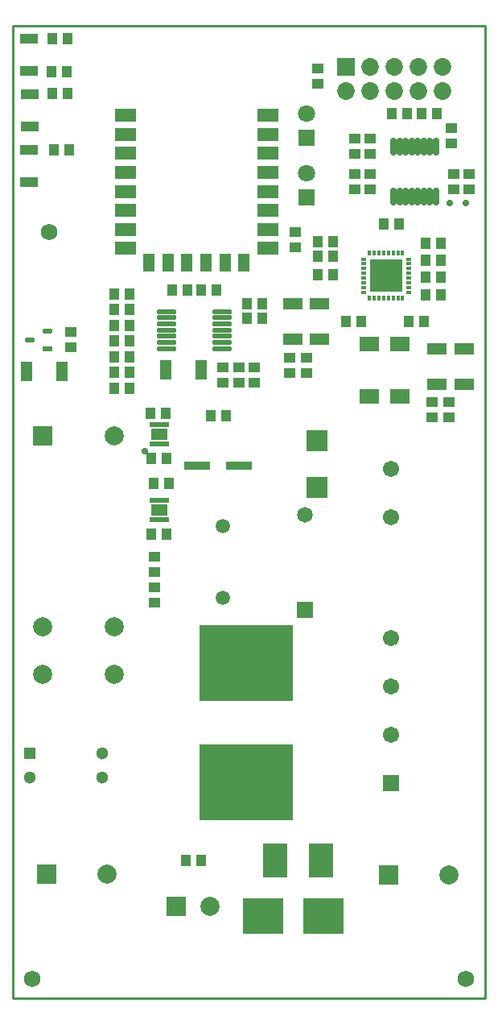
<source format=gts>
G04*
G04 #@! TF.GenerationSoftware,Altium Limited,Altium Designer,20.2.8 (258)*
G04*
G04 Layer_Color=8388736*
%FSLAX25Y25*%
%MOIN*%
G70*
G04*
G04 #@! TF.SameCoordinates,1A047D9A-836D-465F-8526-38319891AFC0*
G04*
G04*
G04 #@! TF.FilePolarity,Negative*
G04*
G01*
G75*
%ADD15C,0.01000*%
%ADD17R,0.04737X0.04343*%
%ADD18R,0.05131X0.07493*%
%ADD19R,0.08674X0.05524*%
%ADD20R,0.01981X0.02178*%
%ADD21R,0.07099X0.05131*%
%ADD22R,0.04343X0.04737*%
%ADD23R,0.11036X0.03359*%
%ADD24R,0.04921X0.07874*%
%ADD25R,0.04231X0.02118*%
G04:AMPARAMS|DCode=26|XSize=42.31mil|YSize=21.18mil|CornerRadius=10.59mil|HoleSize=0mil|Usage=FLASHONLY|Rotation=180.000|XOffset=0mil|YOffset=0mil|HoleType=Round|Shape=RoundedRectangle|*
%AMROUNDEDRECTD26*
21,1,0.04231,0.00000,0,0,180.0*
21,1,0.02113,0.02118,0,0,180.0*
1,1,0.02118,-0.01056,0.00000*
1,1,0.02118,0.01056,0.00000*
1,1,0.02118,0.01056,0.00000*
1,1,0.02118,-0.01056,0.00000*
%
%ADD26ROUNDEDRECTD26*%
%ADD27R,0.38595X0.31509*%
%ADD28R,0.08898X0.08504*%
%ADD29R,0.10131X0.14068*%
%ADD30O,0.08083X0.02178*%
G04:AMPARAMS|DCode=31|XSize=72.57mil|YSize=24.14mil|CornerRadius=6.02mil|HoleSize=0mil|Usage=FLASHONLY|Rotation=90.000|XOffset=0mil|YOffset=0mil|HoleType=Round|Shape=RoundedRectangle|*
%AMROUNDEDRECTD31*
21,1,0.07257,0.01211,0,0,90.0*
21,1,0.06053,0.02414,0,0,90.0*
1,1,0.01204,0.00605,0.03027*
1,1,0.01204,0.00605,-0.03027*
1,1,0.01204,-0.00605,-0.03027*
1,1,0.01204,-0.00605,0.03027*
%
%ADD31ROUNDEDRECTD31*%
%ADD32R,0.07493X0.03950*%
%ADD33R,0.07874X0.04921*%
%ADD34R,0.08280X0.05918*%
%ADD35R,0.01181X0.02362*%
%ADD36R,0.02362X0.01181*%
%ADD37R,0.13583X0.13583*%
%ADD38R,0.16700X0.15000*%
%ADD39C,0.06800*%
%ADD40C,0.07296*%
%ADD41R,0.07296X0.07296*%
%ADD42R,0.07099X0.07099*%
%ADD43C,0.07099*%
%ADD44R,0.07874X0.07874*%
%ADD45C,0.07874*%
%ADD46C,0.07887*%
%ADD47R,0.07887X0.07887*%
%ADD48C,0.05950*%
%ADD49R,0.06509X0.06509*%
%ADD50C,0.06509*%
%ADD51R,0.06737X0.06737*%
%ADD52C,0.06737*%
%ADD53R,0.05118X0.05118*%
%ADD54C,0.05118*%
%ADD55R,0.07887X0.07887*%
%ADD56C,0.02800*%
%ADD57C,0.02769*%
D15*
X515000Y97500D02*
Y500000D01*
Y97500D02*
X710500D01*
Y500000D01*
X515000D02*
X710500D01*
D17*
X696600Y451150D02*
D03*
Y457450D02*
D03*
X704000Y432350D02*
D03*
Y438650D02*
D03*
X697500D02*
D03*
Y432350D02*
D03*
X539000Y366850D02*
D03*
Y373150D02*
D03*
X573500Y273850D02*
D03*
Y280150D02*
D03*
Y261350D02*
D03*
Y267650D02*
D03*
X615000Y358650D02*
D03*
Y352350D02*
D03*
X608500Y358650D02*
D03*
Y352350D02*
D03*
X602000Y358650D02*
D03*
Y352350D02*
D03*
X632000Y414650D02*
D03*
Y408350D02*
D03*
X656500Y432350D02*
D03*
Y438650D02*
D03*
X663000Y432350D02*
D03*
Y438650D02*
D03*
X656500Y453150D02*
D03*
Y446850D02*
D03*
X663000Y453150D02*
D03*
Y446850D02*
D03*
X636500Y362650D02*
D03*
Y356350D02*
D03*
X695500Y337850D02*
D03*
Y344150D02*
D03*
X629500Y356350D02*
D03*
Y362650D02*
D03*
X688500Y344150D02*
D03*
Y337850D02*
D03*
X641300Y482250D02*
D03*
Y475950D02*
D03*
D18*
X610658Y401850D02*
D03*
X602783D02*
D03*
X594909D02*
D03*
X587035D02*
D03*
X579161D02*
D03*
X571287D02*
D03*
D19*
X620500Y462874D02*
D03*
Y455000D02*
D03*
Y447126D02*
D03*
Y439252D02*
D03*
Y431378D02*
D03*
Y423504D02*
D03*
Y415630D02*
D03*
Y407756D02*
D03*
X561445D02*
D03*
Y415630D02*
D03*
Y423504D02*
D03*
Y431378D02*
D03*
Y439252D02*
D03*
Y447126D02*
D03*
Y455000D02*
D03*
Y462874D02*
D03*
D20*
X572547Y327063D02*
D03*
X574516D02*
D03*
X576484D02*
D03*
X578453D02*
D03*
X572547Y334937D02*
D03*
X574516D02*
D03*
X576484D02*
D03*
X578453D02*
D03*
Y303437D02*
D03*
X576484D02*
D03*
X574516D02*
D03*
X572547D02*
D03*
X578453Y295563D02*
D03*
X576484D02*
D03*
X574516D02*
D03*
X572547D02*
D03*
D21*
X575500Y331000D02*
D03*
Y299500D02*
D03*
D22*
X573128Y310568D02*
D03*
X579428D02*
D03*
X572350Y289500D02*
D03*
X578650D02*
D03*
Y321000D02*
D03*
X572350D02*
D03*
X571850Y339500D02*
D03*
X578150D02*
D03*
X603150Y338500D02*
D03*
X596850D02*
D03*
X580850Y390500D02*
D03*
X587150D02*
D03*
X592850D02*
D03*
X599150D02*
D03*
X611850Y385000D02*
D03*
X618150D02*
D03*
X563150Y356500D02*
D03*
X556850D02*
D03*
X563150Y363000D02*
D03*
X556850D02*
D03*
X556850Y369500D02*
D03*
X563150D02*
D03*
X556850Y376000D02*
D03*
X563150D02*
D03*
X556850Y382500D02*
D03*
X563150D02*
D03*
X563150Y389000D02*
D03*
X556850D02*
D03*
X563150Y350000D02*
D03*
X556850D02*
D03*
X611850Y379000D02*
D03*
X618150D02*
D03*
X671850Y463500D02*
D03*
X678150D02*
D03*
X690650D02*
D03*
X684350D02*
D03*
X685850Y402897D02*
D03*
X692150D02*
D03*
X674850Y417900D02*
D03*
X668550D02*
D03*
X678850Y377500D02*
D03*
X685150D02*
D03*
X692150Y388690D02*
D03*
X685850D02*
D03*
X692150Y395793D02*
D03*
X685850D02*
D03*
X647650Y397000D02*
D03*
X641350D02*
D03*
X641201Y404500D02*
D03*
X647500D02*
D03*
X659150Y377500D02*
D03*
X652850D02*
D03*
X641201Y410500D02*
D03*
X647500D02*
D03*
X685850Y410000D02*
D03*
X692150D02*
D03*
X538150Y448500D02*
D03*
X531850D02*
D03*
X537650Y472000D02*
D03*
X531350D02*
D03*
X592799Y154500D02*
D03*
X586500D02*
D03*
X531350Y494500D02*
D03*
X537650D02*
D03*
X537150Y481000D02*
D03*
X530850D02*
D03*
D23*
X608661Y318000D02*
D03*
X591339D02*
D03*
D24*
X535382Y357000D02*
D03*
X520618D02*
D03*
X592882Y357500D02*
D03*
X578118D02*
D03*
D25*
X529181Y366260D02*
D03*
D26*
Y373740D02*
D03*
X521819Y370000D02*
D03*
D27*
X611500Y236106D02*
D03*
Y186894D02*
D03*
D28*
X641000Y308854D02*
D03*
Y328146D02*
D03*
D29*
X623531Y154500D02*
D03*
X642469D02*
D03*
D30*
X601516Y366323D02*
D03*
Y368882D02*
D03*
Y371441D02*
D03*
Y374000D02*
D03*
Y376559D02*
D03*
Y379118D02*
D03*
Y381677D02*
D03*
X578484Y366323D02*
D03*
Y368882D02*
D03*
Y371441D02*
D03*
Y374000D02*
D03*
Y376559D02*
D03*
Y379118D02*
D03*
Y381677D02*
D03*
D31*
X672750Y449874D02*
D03*
X675250D02*
D03*
X677750D02*
D03*
X680250D02*
D03*
X682750D02*
D03*
X685250D02*
D03*
X687750D02*
D03*
X690250D02*
D03*
Y429126D02*
D03*
X687750D02*
D03*
X685250D02*
D03*
X682750D02*
D03*
X680250D02*
D03*
X677750D02*
D03*
X675250D02*
D03*
X672750D02*
D03*
D32*
X521500Y481307D02*
D03*
Y494693D02*
D03*
X522000Y458307D02*
D03*
Y471693D02*
D03*
X521500Y435114D02*
D03*
Y448500D02*
D03*
D33*
X702000Y366382D02*
D03*
Y351618D02*
D03*
X690500D02*
D03*
Y366382D02*
D03*
X642000Y384882D02*
D03*
Y370118D02*
D03*
X631000D02*
D03*
Y384882D02*
D03*
D34*
X662701Y346673D02*
D03*
X675299D02*
D03*
X662701Y368327D02*
D03*
X675299D02*
D03*
D35*
X662610Y387248D02*
D03*
X664579D02*
D03*
X666547D02*
D03*
X668516D02*
D03*
X670484D02*
D03*
X672453D02*
D03*
X674421D02*
D03*
X676390D02*
D03*
Y405752D02*
D03*
X674421D02*
D03*
X672453D02*
D03*
X670484D02*
D03*
X668516D02*
D03*
X666547D02*
D03*
X664579D02*
D03*
X662610D02*
D03*
D36*
X678752Y389610D02*
D03*
Y391579D02*
D03*
Y393547D02*
D03*
Y395516D02*
D03*
Y397484D02*
D03*
Y399453D02*
D03*
Y401421D02*
D03*
Y403390D02*
D03*
X660248D02*
D03*
Y401421D02*
D03*
Y399453D02*
D03*
Y397484D02*
D03*
Y395516D02*
D03*
Y393547D02*
D03*
Y391579D02*
D03*
Y389610D02*
D03*
D37*
X669500Y396500D02*
D03*
D38*
X618450Y131500D02*
D03*
X643550D02*
D03*
D39*
X702500Y105500D02*
D03*
X523000D02*
D03*
X530000Y414500D02*
D03*
D40*
X673000Y472752D02*
D03*
Y482752D02*
D03*
X653000Y472752D02*
D03*
X663000Y482752D02*
D03*
Y472752D02*
D03*
X683000Y482752D02*
D03*
X693000D02*
D03*
X683000Y472752D02*
D03*
X693000D02*
D03*
D41*
X653000Y482752D02*
D03*
D42*
X636500Y453500D02*
D03*
Y429000D02*
D03*
D43*
Y463500D02*
D03*
Y439000D02*
D03*
D44*
X527236Y330138D02*
D03*
D45*
X556764D02*
D03*
X527236Y251398D02*
D03*
X556764D02*
D03*
Y231713D02*
D03*
X527236D02*
D03*
D46*
X695500Y148500D02*
D03*
X554000Y149000D02*
D03*
X596500Y135500D02*
D03*
D47*
X670500Y148500D02*
D03*
X529000Y149000D02*
D03*
D48*
X602000Y292764D02*
D03*
Y263236D02*
D03*
D49*
X636000Y258315D02*
D03*
D50*
Y297685D02*
D03*
D51*
X671500Y186500D02*
D03*
D52*
Y206500D02*
D03*
Y226500D02*
D03*
Y246500D02*
D03*
Y316500D02*
D03*
Y296500D02*
D03*
D53*
X522039Y199000D02*
D03*
D54*
Y189000D02*
D03*
X551961D02*
D03*
Y199000D02*
D03*
D55*
X582721Y135500D02*
D03*
D56*
X569500Y324000D02*
D03*
X702500Y426500D02*
D03*
X696000D02*
D03*
D57*
X573531Y331000D02*
D03*
X577468D02*
D03*
Y299500D02*
D03*
X573531D02*
D03*
M02*

</source>
